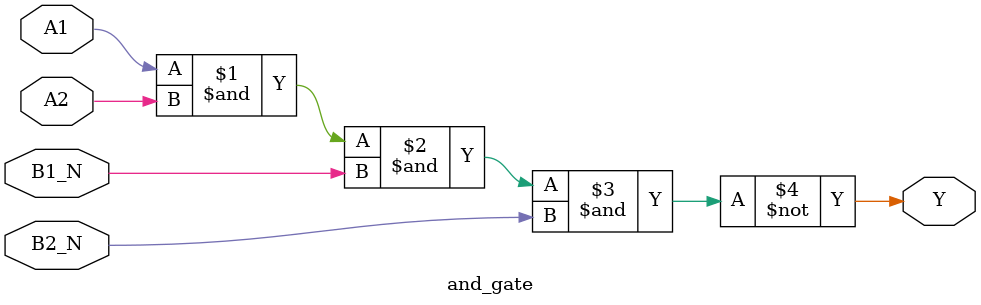
<source format=v>
module and_gate (
    output Y,
    input A1,
    input A2,
    input B1_N,
    input B2_N
);

    assign Y = ~(A1 & A2 & B1_N & B2_N);

endmodule


</source>
